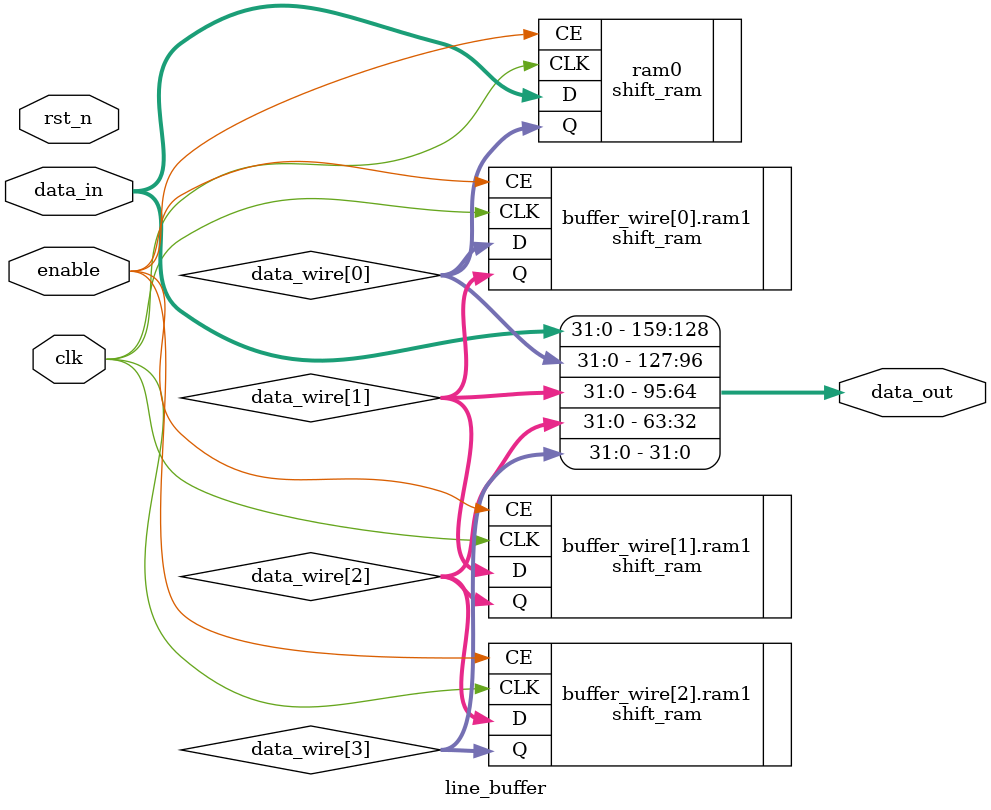
<source format=v>
`timescale 1ns / 1ps


module line_buffer(
    clk,
    rst_n,
    enable,
    data_in,
    data_out
    );

parameter DATA_WIDTH = 32;
parameter KERNEL_SIZE = 5;

input                                               clk;
input                                               rst_n;
input                                               enable;
input [DATA_WIDTH - 1 : 0 ]                         data_in;
output [DATA_WIDTH * KERNEL_SIZE - 1 : 0 ]          data_out;

wire [DATA_WIDTH - 1 : 0 ] data_wire[KERNEL_SIZE - 2 : 0];

shift_ram ram0(                         //buffer0
            .D(data_in), 
            .CLK(clk), 
            .CE(enable), 
            .Q(data_wire[0])
              );
            
            
genvar i;
generate 
    for(i = 0; i < KERNEL_SIZE-2 ; i = i+1) begin:buffer_wire    //buffer1 ---> (KERNEL_SIZE-2)
        shift_ram ram1(
                     .D(data_wire[i]),
                     .CLK(clk),
                     .CE(enable),
                     .Q(data_wire[i+1])
                       );
    end
endgenerate

generate
   for(i = 0; i < KERNEL_SIZE-1 ; i = i+1) begin:convert
        //assign data_out[(i+2) * DATA_WIDTH - 1 : (i+1) * DATA_WIDTH] = data_wire[i];
        assign data_out[i * DATA_WIDTH + DATA_WIDTH - 1 : i * DATA_WIDTH] = data_wire[KERNEL_SIZE - 2 - i];
   end 
endgenerate

//assign data_out[DATA_WIDTH-1 : 0] = data_in;
assign data_out[DATA_WIDTH * KERNEL_SIZE - 1 : DATA_WIDTH * KERNEL_SIZE - DATA_WIDTH ] = data_in;

endmodule

</source>
